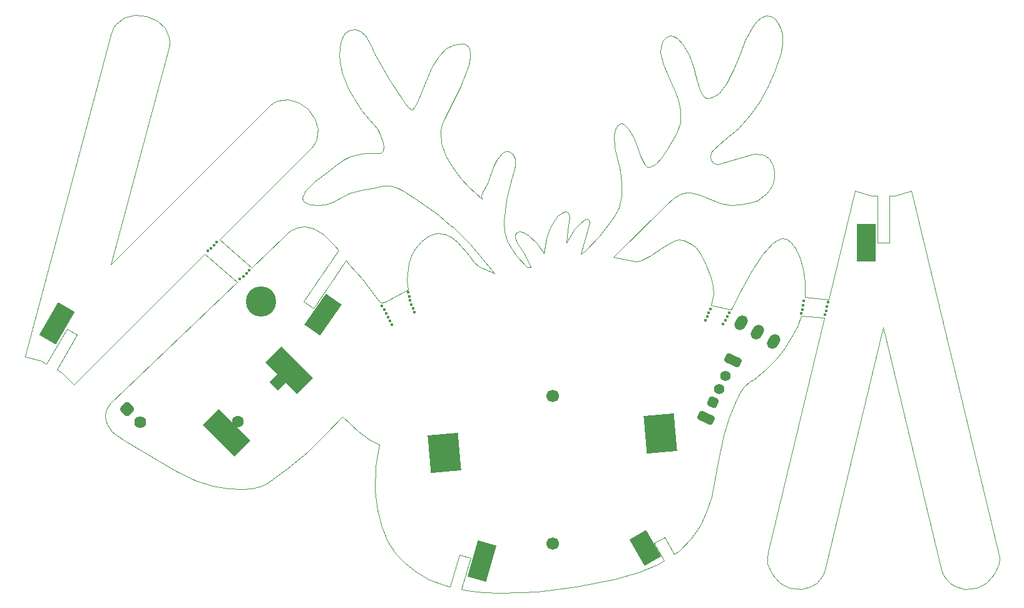
<source format=gts>
G04*
G04 #@! TF.GenerationSoftware,Altium Limited,Altium Designer,25.1.2 (22)*
G04*
G04 Layer_Color=8388736*
%FSLAX25Y25*%
%MOIN*%
G70*
G04*
G04 #@! TF.SameCoordinates,B79DADAE-6871-4A3D-A662-253F8C0C8E9A*
G04*
G04*
G04 #@! TF.FilePolarity,Negative*
G04*
G01*
G75*
%ADD10C,0.00394*%
%ADD21R,0.10236X0.20079*%
G04:AMPARAMS|DCode=22|XSize=102.36mil|YSize=200.79mil|CornerRadius=0mil|HoleSize=0mil|Usage=FLASHONLY|Rotation=164.000|XOffset=0mil|YOffset=0mil|HoleType=Round|Shape=Rectangle|*
%AMROTATEDRECTD22*
4,1,4,0.07687,0.08240,0.02153,-0.11061,-0.07687,-0.08240,-0.02153,0.11061,0.07687,0.08240,0.0*
%
%ADD22ROTATEDRECTD22*%

G04:AMPARAMS|DCode=23|XSize=102.36mil|YSize=161.42mil|CornerRadius=0mil|HoleSize=0mil|Usage=FLASHONLY|Rotation=210.000|XOffset=0mil|YOffset=0mil|HoleType=Round|Shape=Rectangle|*
%AMROTATEDRECTD23*
4,1,4,0.00397,0.09549,0.08468,-0.04430,-0.00397,-0.09549,-0.08468,0.04430,0.00397,0.09549,0.0*
%
%ADD23ROTATEDRECTD23*%

G04:AMPARAMS|DCode=24|XSize=102.36mil|YSize=200.79mil|CornerRadius=0mil|HoleSize=0mil|Usage=FLASHONLY|Rotation=150.000|XOffset=0mil|YOffset=0mil|HoleType=Round|Shape=Rectangle|*
%AMROTATEDRECTD24*
4,1,4,0.09452,0.06135,-0.00587,-0.11253,-0.09452,-0.06135,0.00587,0.11253,0.09452,0.06135,0.0*
%
%ADD24ROTATEDRECTD24*%

G04:AMPARAMS|DCode=25|XSize=102.36mil|YSize=200.79mil|CornerRadius=0mil|HoleSize=0mil|Usage=FLASHONLY|Rotation=145.000|XOffset=0mil|YOffset=0mil|HoleType=Round|Shape=Rectangle|*
%AMROTATEDRECTD25*
4,1,4,0.09951,0.05288,-0.01566,-0.11159,-0.09951,-0.05288,0.01566,0.11159,0.09951,0.05288,0.0*
%
%ADD25ROTATEDRECTD25*%

G04:AMPARAMS|DCode=26|XSize=122.05mil|YSize=240.16mil|CornerRadius=0mil|HoleSize=0mil|Usage=FLASHONLY|Rotation=45.000|XOffset=0mil|YOffset=0mil|HoleType=Round|Shape=Rectangle|*
%AMROTATEDRECTD26*
4,1,4,0.04176,-0.12806,-0.12806,0.04176,-0.04176,0.12806,0.12806,-0.04176,0.04176,-0.12806,0.0*
%
%ADD26ROTATEDRECTD26*%

G04:AMPARAMS|DCode=27|XSize=161.42mil|YSize=200.79mil|CornerRadius=0mil|HoleSize=0mil|Usage=FLASHONLY|Rotation=5.000|XOffset=0mil|YOffset=0mil|HoleType=Round|Shape=Rectangle|*
%AMROTATEDRECTD27*
4,1,4,-0.07165,-0.10705,-0.08915,0.09298,0.07165,0.10705,0.08915,-0.09298,-0.07165,-0.10705,0.0*
%
%ADD27ROTATEDRECTD27*%

G04:AMPARAMS|DCode=28|XSize=55.12mil|YSize=55.12mil|CornerRadius=14.76mil|HoleSize=0mil|Usage=FLASHONLY|Rotation=65.000|XOffset=0mil|YOffset=0mil|HoleType=Round|Shape=RoundedRectangle|*
%AMROUNDEDRECTD28*
21,1,0.05512,0.02559,0,0,65.0*
21,1,0.02559,0.05512,0,0,65.0*
1,1,0.02953,0.01700,0.00619*
1,1,0.02953,0.00619,-0.01700*
1,1,0.02953,-0.01700,-0.00619*
1,1,0.02953,-0.00619,0.01700*
%
%ADD28ROUNDEDRECTD28*%
%ADD29C,0.05512*%
G04:AMPARAMS|DCode=30|XSize=90.55mil|YSize=51.18mil|CornerRadius=13.78mil|HoleSize=0mil|Usage=FLASHONLY|Rotation=155.000|XOffset=0mil|YOffset=0mil|HoleType=Round|Shape=RoundedRectangle|*
%AMROUNDEDRECTD30*
21,1,0.09055,0.02362,0,0,155.0*
21,1,0.06299,0.05118,0,0,155.0*
1,1,0.02756,-0.02355,0.02402*
1,1,0.02756,0.03354,-0.00261*
1,1,0.02756,0.02355,-0.02402*
1,1,0.02756,-0.03354,0.00261*
%
%ADD30ROUNDEDRECTD30*%
%ADD31C,0.06299*%
%ADD32P,0.08908X4X360.0*%
%ADD33C,0.06693*%
%ADD34C,0.01575*%
%ADD35C,0.16142*%
G04:AMPARAMS|DCode=36|XSize=82.68mil|YSize=59.06mil|CornerRadius=0mil|HoleSize=0mil|Usage=FLASHONLY|Rotation=60.000|XOffset=0mil|YOffset=0mil|HoleType=Round|Shape=Round|*
%AMOVALD36*
21,1,0.02362,0.05906,0.00000,0.00000,60.0*
1,1,0.05906,-0.00591,-0.01023*
1,1,0.05906,0.00591,0.01023*
%
%ADD36OVALD36*%

G04:AMPARAMS|DCode=37|XSize=63.94mil|YSize=63.94mil|CornerRadius=16.97mil|HoleSize=0mil|Usage=FLASHONLY|Rotation=135.000|XOffset=0mil|YOffset=0mil|HoleType=Round|Shape=RoundedRectangle|*
%AMROUNDEDRECTD37*
21,1,0.06394,0.03000,0,0,135.0*
21,1,0.03000,0.06394,0,0,135.0*
1,1,0.03394,0.00000,0.02121*
1,1,0.03394,0.02121,0.00000*
1,1,0.03394,0.00000,-0.02121*
1,1,0.03394,-0.02121,0.00000*
%
%ADD37ROUNDEDRECTD37*%
%ADD38C,0.06394*%
%ADD39C,0.02756*%
D10*
X28060Y140033D02*
X33514Y136883D01*
X340969Y25947D02*
X346425Y29096D01*
X237287Y19760D02*
X243311Y17919D01*
X154271Y154517D02*
X159492Y150993D01*
X346425Y29096D02*
X351654Y20038D01*
X340969Y25947D02*
X346356Y16617D01*
X238240Y1334D02*
X243311Y17919D01*
X232094Y2773D02*
X237287Y19760D01*
X466042Y185813D02*
Y211054D01*
X459742Y185813D02*
X459742Y211054D01*
X159492Y150993D02*
X176797Y176645D01*
X154271Y154517D02*
X172752Y181913D01*
X22714Y118177D02*
X33514Y136883D01*
X17258Y121322D02*
X28060Y140033D01*
X109397Y187648D02*
X158440Y236689D01*
X160090Y238791D01*
X51467Y100555D02*
X118882Y165087D01*
X101532Y179784D02*
X118882Y165087D01*
X31893Y110145D02*
X101532Y179784D01*
X109397Y187648D02*
X126622Y172496D01*
X143640Y188786D01*
X401470Y20882D02*
X431514Y145975D01*
X419051Y146821D02*
X431514Y145975D01*
X421082Y156839D02*
X433849Y155698D01*
X447777Y213688D01*
X371223Y152486D02*
X372376Y158528D01*
X371223Y152486D02*
X381725Y150247D01*
X387622Y161173D01*
X209318Y166140D02*
X209774Y161007D01*
X201181Y156299D02*
X209774Y161007D01*
X197638Y154331D02*
X201181Y156299D01*
X195669Y153937D02*
X197638Y154331D01*
X194453Y154734D02*
X195669Y153937D01*
X143640Y188786D02*
X145453Y190893D01*
X512530Y2096D02*
X515526Y3301D01*
X134186Y57225D02*
X145418Y65459D01*
X156050Y74434D01*
X130776Y56007D02*
X134186Y57225D01*
X49695Y88737D02*
X52354Y85266D01*
X48753Y91165D02*
X49695Y88737D01*
X48513Y93981D02*
X48753Y91165D01*
X126666Y55107D02*
X130776Y56007D01*
X48513Y93981D02*
X49307Y97129D01*
X51467Y100555D01*
X52354Y85266D02*
X53831Y84010D01*
X121088Y54567D02*
X126666Y55107D01*
X82449Y289978D02*
X82450D01*
X136171Y258961D02*
Y258962D01*
Y258961D02*
X138274Y260610D01*
X140671Y261708D02*
X146016Y262280D01*
X138274Y260610D02*
X140671Y261708D01*
X51433Y174226D02*
X136171Y258962D01*
X51433Y174226D02*
X82450Y289978D01*
X82578Y295248D02*
X82826Y292623D01*
X70643Y306768D02*
X76295Y304184D01*
X80401Y300163D01*
X82578Y295248D01*
X82449Y289978D02*
X82826Y292623D01*
X53019Y300608D02*
X54545Y302758D01*
X64455Y307355D02*
X70643Y306768D01*
X22714Y118177D02*
X25442Y116600D01*
X54545Y302758D02*
X58889Y305926D01*
X64455Y307355D01*
X52024Y298128D02*
X53019Y300608D01*
X52015Y298080D02*
X52024Y298128D01*
X53831Y84010D02*
X59050Y80366D01*
X86129Y64316D01*
X96563Y59262D01*
X105935Y56229D01*
X114144Y54803D01*
X121088Y54567D01*
X14531Y122900D02*
X17258Y121323D01*
X25442Y116600D02*
X31893Y110145D01*
X5708Y125263D02*
X14531Y122900D01*
X5708Y125263D02*
X52015Y298080D01*
X515526Y3301D02*
X518183Y4982D01*
X522288Y9468D01*
X145453Y190893D02*
X147672Y192641D01*
X368928Y42820D02*
X371390Y50719D01*
X374669Y67051D02*
X378005Y83273D01*
X371390Y50719D02*
X374669Y67051D01*
X365465Y35265D02*
X368928Y42820D01*
X421082Y156839D02*
X421227Y165413D01*
X411547Y187792D02*
X413995Y186047D01*
X416347Y182824D01*
X418591Y177977D01*
X420312Y172093D01*
X459742Y185813D02*
X466042D01*
X420312Y172093D02*
X421227Y165413D01*
X456592Y211054D02*
X459742D01*
X372117Y163025D02*
X372376Y158528D01*
X371189Y167252D02*
X372117Y163025D01*
X368202Y174886D02*
X371189Y167252D01*
X365081Y180688D02*
X368202Y174886D01*
X331766Y176102D02*
X334176Y176652D01*
X338847Y178928D01*
X353929Y187571D02*
X356419Y187305D01*
X361248Y185079D02*
X363321Y183225D01*
X356419Y187305D02*
X361248Y185079D01*
X345055Y183330D02*
X351449Y186935D01*
X338847Y178928D02*
X345055Y183330D01*
X363321Y183225D02*
X365081Y180688D01*
X351449Y186935D02*
X353929Y187571D01*
X360666Y28176D02*
X365465Y35265D01*
X343237Y14603D02*
X346356Y16617D01*
X354192Y21678D02*
X360666Y28176D01*
X351654Y20038D02*
X354192Y21678D01*
X431878Y11732D02*
X431880D01*
X430882Y8966D02*
X431878Y11732D01*
X429355Y6568D02*
X430882Y8966D01*
X401078Y17880D02*
X401325Y14952D01*
X403502Y9468D01*
X401078Y17880D02*
X401456Y20831D01*
X401470Y20882D01*
X332682Y10180D02*
X343237Y14603D01*
X417071Y141410D02*
X419051Y146821D01*
X414312Y135807D02*
X417071Y141410D01*
X410669Y130067D02*
X414312Y135807D01*
X406040Y124246D02*
X410669Y130067D01*
X398391Y179481D02*
X403780Y185627D01*
X409020Y188206D02*
X411547Y187792D01*
X400323Y118401D02*
X406040Y124246D01*
X403780Y185627D02*
X406426Y187436D01*
X431880Y11732D02*
X462895Y140874D01*
X447777Y213688D02*
X456592Y211054D01*
X406426Y187436D02*
X409020Y188206D01*
X383741Y100219D02*
X386348Y105429D01*
X393413Y112588D02*
X400323Y118401D01*
X387622Y161173D02*
X392967Y170939D01*
X392115Y112129D02*
X393413Y112588D01*
X392967Y170939D02*
X398391Y179481D01*
X386348Y105429D02*
X388668Y108922D01*
X392115Y112129D01*
X378005Y83273D02*
X380932Y92948D01*
X383741Y100219D01*
X466042Y211054D02*
X469191D01*
X478013Y213688D01*
X524320Y20882D01*
X462895Y140874D02*
X493910Y11732D01*
X522288Y9468D02*
X524465Y14952D01*
X493912Y11732D02*
X494908Y8966D01*
X524334Y20831D02*
X524712Y17880D01*
X524320Y20882D02*
X524334Y20831D01*
X493910Y11732D02*
X493912D01*
X494908Y8966D02*
X496434Y6568D01*
X524465Y14952D02*
X524712Y17880D01*
X168144Y224604D02*
X170106Y226438D01*
X160075Y218589D02*
X168144Y224604D01*
X175098Y229874D02*
X178623Y231564D01*
X182777Y232901D01*
X178566Y212201D02*
X185015Y214018D01*
X172983Y209143D02*
X178566Y212201D01*
X170106Y226438D02*
X175098Y229874D01*
X227051Y245624D02*
X227738Y248880D01*
X229123Y252049D01*
X227051Y245624D02*
X227476Y238986D01*
X229805Y232396D01*
X233443Y226118D02*
X237795Y220416D01*
X229123Y252049D02*
X237953Y269214D01*
X229805Y232396D02*
X233443Y226118D01*
X324576Y249175D02*
X327337Y246662D01*
X323034Y249491D02*
X324576Y249175D01*
X322749Y224232D02*
X323608Y217752D01*
X319880Y236751D02*
X322749Y224232D01*
X321519Y248776D02*
X323034Y249491D01*
X320123Y246379D02*
X321519Y248776D01*
X323606Y211085D02*
X323608Y217752D01*
X319433Y243298D02*
X319880Y236751D01*
X319433Y243298D02*
X320123Y246379D01*
X213206Y258142D02*
X214359Y260140D01*
X199884Y272779D02*
X208330Y260269D01*
X209960Y258198D01*
X211782Y256725D01*
X213206Y258142D01*
X214359Y260140D02*
X219813Y273317D01*
X347612Y235253D02*
X352920Y244328D01*
X338622Y226152D02*
X341486Y227718D01*
X329787Y242312D02*
X331743Y237339D01*
X341486Y227718D02*
X344695Y231179D01*
X327337Y246662D02*
X329787Y242312D01*
X331743Y237339D02*
X333632Y232276D01*
X335880Y227656D01*
X337163Y226358D01*
X338622Y226152D01*
X344695Y231179D02*
X347612Y235253D01*
X352920Y244328D02*
X354860Y250084D01*
X178924Y299326D02*
X181764Y299616D01*
X184565Y298591D01*
X187084Y296418D01*
X174911Y276090D02*
X178301Y267707D01*
X173746Y280711D02*
X174911Y276090D01*
X173141Y285621D02*
X173746Y280711D01*
X189795Y291701D02*
X192146Y286440D01*
X199884Y272779D01*
X193429Y246550D02*
X193857Y245960D01*
X185334Y256144D02*
X193429Y246550D01*
X178301Y267707D02*
X185334Y256144D01*
X173695Y292340D02*
X174724Y295284D01*
X176286Y297558D01*
X173141Y285621D02*
X173695Y292340D01*
X187084Y296418D02*
X189795Y291701D01*
X176286Y297558D02*
X178924Y299326D01*
X194869Y243879D02*
X196469Y239372D01*
X203703Y215268D02*
X207246Y213610D01*
X213756Y209319D01*
X192561Y215115D02*
X196307Y216285D01*
X193857Y245960D02*
X194869Y243879D01*
X182777Y232901D02*
X187517Y233632D01*
X192800Y233507D01*
X195250Y233766D01*
X196498Y235047D01*
X196815Y237024D01*
X196469Y239372D02*
X196815Y237024D01*
X196307Y216285D02*
X200038Y216248D01*
X185015Y214018D02*
X192561Y215115D01*
X200038Y216248D02*
X203703Y215268D01*
X160216Y252067D02*
X161761Y246532D01*
X155141Y213637D02*
X160075Y218589D01*
X161189Y241187D02*
X161761Y246532D01*
X160090Y238791D02*
X161189Y241187D01*
X153547Y210029D02*
X155141Y213637D01*
X156612Y257132D02*
X160216Y252067D01*
X371211Y233977D02*
X372358Y235657D01*
X370853Y231640D02*
X371282Y229871D01*
X372157Y228685D01*
X357797Y212563D02*
X360380Y212488D01*
X355227Y212028D02*
X357797Y212563D01*
X351186Y209645D02*
X355227Y212028D01*
X372157Y228685D02*
X374434Y227732D01*
X370853Y231640D02*
X371211Y233977D01*
X360380Y212488D02*
X365497Y211174D01*
X242906Y287758D02*
X242928Y284776D01*
X237953Y269214D02*
X242197Y280777D01*
X242928Y284776D01*
X242262Y289850D02*
X242906Y287758D01*
X239638Y291874D02*
X241129Y291179D01*
X230188Y289694D02*
X234325Y291428D01*
X237919Y292062D01*
X239638Y291874D01*
X222636Y279771D02*
X226061Y285429D01*
X241129Y291179D02*
X242262Y289850D01*
X219813Y273317D02*
X222636Y279771D01*
X226061Y285429D02*
X230188Y289694D01*
X359393Y286101D02*
X361873Y279650D01*
X349498Y296160D02*
X351330Y295835D01*
X353054Y294839D01*
X361873Y279650D02*
X363641Y273043D01*
X345888Y280828D02*
X348263Y275153D01*
X345599Y293480D02*
X347395Y295466D01*
X344261Y287103D02*
X345888Y280828D01*
X344443Y290570D02*
X345599Y293480D01*
X344261Y287103D02*
X344443Y290570D01*
X356144Y291589D02*
X359393Y286101D01*
X347395Y295466D02*
X349498Y296160D01*
X353054Y294839D02*
X356144Y291589D01*
X367585Y263557D02*
X368872Y262833D01*
X365599Y266589D02*
X367585Y263557D01*
X370260Y262839D02*
X372889Y263888D01*
X354860Y250084D02*
X354884Y256611D01*
X353727Y261659D02*
X354884Y256611D01*
X352089Y266330D02*
X353727Y261659D01*
X348263Y275153D02*
X352089Y266330D01*
X368872Y262833D02*
X370260Y262839D01*
X363641Y273043D02*
X365599Y266589D01*
X264940Y219472D02*
X266609Y224815D01*
X255084Y226325D02*
X257076Y230212D01*
X259497Y233414D01*
X261444Y234623D01*
X263548Y234609D01*
X265426Y233302D01*
X266697Y230631D01*
X266987Y227677D01*
X242266Y215553D02*
X249187Y209397D01*
X248761Y210825D02*
X249187Y209397D01*
X248761Y210825D02*
X249638Y212878D01*
X252059Y217449D01*
X262103Y208757D02*
X264940Y219472D01*
X252059Y217449D02*
X255084Y226325D01*
X237795Y220416D02*
X242266Y215553D01*
X266609Y224815D02*
X266987Y227677D01*
X506342Y1441D02*
X509395Y1468D01*
X498415Y4578D02*
X500777Y3035D01*
X496434Y6568D02*
X498415Y4578D01*
X425012Y3035D02*
X427374Y4578D01*
X509395Y1468D02*
X512530Y2096D01*
X500777Y3035D02*
X506342Y1441D01*
X413260Y2096D02*
X416394Y1468D01*
X419448Y1441D02*
X425012Y3035D01*
X427374Y4578D02*
X429355Y6568D01*
X407607Y4982D02*
X410264Y3301D01*
X403502Y9468D02*
X407607Y4982D01*
X410264Y3301D02*
X413260Y2096D01*
X147672Y192641D02*
X150722Y194066D01*
X154571Y194577D01*
X159187Y193584D01*
X164538Y190498D01*
X170591Y184727D01*
X153547Y210029D02*
X153772Y208687D01*
X154557Y207631D01*
X169962Y207483D02*
X172983Y209143D01*
X165875Y206369D02*
X169962Y207483D01*
X161455Y205933D02*
X165875Y206369D01*
X157438Y206310D02*
X161455Y205933D01*
X151548Y260735D02*
X156612Y257132D01*
X154557Y207631D02*
X157438Y206310D01*
X146016Y262280D02*
X151548Y260735D01*
X319752Y6605D02*
X332682Y10180D01*
X299115Y2626D02*
X319752Y6605D01*
X259208Y-809D02*
X278740Y0D01*
X299115Y2626D01*
X228804Y3544D02*
X232094Y2773D01*
X241097Y663D02*
X249939Y-387D01*
X238240Y1334D02*
X241097Y663D01*
X174982Y93117D02*
X183474Y85168D01*
X188722Y81395D01*
X165948Y83778D02*
X174982Y93117D01*
X192351Y53582D02*
X192553Y67011D01*
X194369Y78414D01*
X188722Y81395D02*
X194369Y78414D01*
X156050Y74434D02*
X165948Y83778D01*
X221319Y6437D02*
X228804Y3544D01*
X176797Y176645D02*
X178684Y174188D01*
X170591Y184727D02*
X172752Y181913D01*
X249939Y-387D02*
X259208Y-809D01*
X203290Y20399D02*
X208487Y14804D01*
X193459Y43546D02*
X195701Y34710D01*
X199003Y27014D01*
X203290Y20399D01*
X208487Y14804D02*
X214522Y10170D01*
X221319Y6437D01*
X192351Y53582D02*
X193459Y43546D01*
X397846Y306089D02*
X400422Y307094D01*
X403095Y306640D01*
X393409Y301250D02*
X395473Y304012D01*
X397846Y306089D01*
X403095Y306640D02*
X405091Y305206D01*
X406875Y303104D01*
X389628Y294120D02*
X393409Y301250D01*
X386477Y286211D02*
X389628Y294120D01*
X406875Y303104D02*
X408268Y300385D01*
X416394Y1468D02*
X419448Y1441D01*
X409091Y297103D02*
X409188Y291670D01*
X408262Y286403D02*
X409188Y291670D01*
X408268Y300385D02*
X409091Y297103D01*
X306308Y197871D02*
X306468Y196564D01*
X304004Y198156D02*
X305661Y198475D01*
X306308Y197871D01*
X301834Y180089D02*
X303929Y181345D01*
X304103Y188362D02*
X306468Y196564D01*
X311907Y189575D02*
X319287Y199121D01*
X303929Y181345D02*
X311907Y189575D01*
X301834Y180089D02*
X304103Y188362D01*
X210344Y175041D02*
X211665Y179049D01*
X273031Y173025D02*
X275287Y173093D01*
X267634Y179032D02*
X273031Y173025D01*
X271871Y179994D02*
X275287Y173093D01*
X211665Y179049D02*
X213480Y182525D01*
X216875Y186710D01*
X236245Y186275D02*
X242377Y179017D01*
X232845Y188971D02*
X236245Y186275D01*
X242377Y179017D02*
X244791Y175707D01*
X251320Y175293D02*
X255737Y169525D01*
X244791Y175707D02*
X247518Y173207D01*
X255737Y169525D01*
X242813Y185204D02*
X251320Y175293D01*
X220759Y189610D02*
X224932Y190997D01*
X216875Y186710D02*
X220759Y189610D01*
X233923Y194185D02*
X242813Y185204D01*
X232429Y195103D02*
X233923Y194185D01*
X224932Y190997D02*
X229195Y190647D01*
X232845Y188971D01*
X209318Y166140D02*
X210344Y175041D01*
X185361Y166718D02*
X194453Y154734D01*
X178684Y174188D02*
X185361Y166718D01*
X270732Y191718D02*
X273944Y189931D01*
X278366Y185692D01*
X282284Y180332D01*
X260743Y197331D02*
X261170Y191485D01*
X267905Y186089D02*
X271871Y179994D01*
X282284Y180332D02*
X283613Y188401D01*
X260743Y197331D02*
X262103Y208757D01*
X266773Y190045D02*
X266789Y188626D01*
X266773Y190045D02*
X267425Y191195D01*
X269056Y191884D01*
X270732Y191718D01*
X266789Y188626D02*
X267905Y186089D01*
X261170Y191485D02*
X262894Y186317D01*
X267634Y179032D01*
X219140Y205488D02*
X226047Y200598D01*
X232429Y195103D01*
X295102Y201946D02*
X295734Y199607D01*
X293572Y202618D02*
X295102Y201946D01*
X291467Y201774D02*
X293572Y202618D01*
X286334Y195438D02*
X289574Y200115D01*
X291467Y201774D01*
X213756Y209319D02*
X219140Y205488D01*
X301138Y195993D02*
X304004Y198156D01*
X383352Y278267D02*
X386477Y286211D01*
X387090Y206256D02*
X394913Y207906D01*
X374434Y227732D02*
X393791Y233171D01*
X379651Y271032D02*
X383352Y278267D01*
X378563Y240799D02*
X385704Y246793D01*
X375364Y265680D02*
X379651Y271032D01*
X381603Y205908D02*
X387090Y206256D01*
X385704Y246793D02*
X392324Y254161D01*
X319272Y178422D02*
X324288Y177160D01*
X329324Y176158D01*
X319272Y178422D02*
X347435Y206185D01*
X322117Y204504D02*
X323606Y211085D01*
X319287Y199121D02*
X322117Y204504D01*
X329324Y176158D02*
X331766Y176102D01*
X347435Y206185D02*
X351186Y209645D01*
X294047Y185878D02*
X294855Y192757D01*
X284761Y192129D02*
X286334Y195438D01*
X283613Y188401D02*
X284761Y192129D01*
X294047Y185878D02*
X298501Y193148D01*
X294855Y192757D02*
X295734Y199607D01*
X298501Y193148D02*
X301138Y195993D01*
X376183Y207063D02*
X381603Y205908D01*
X365497Y211174D02*
X376183Y207063D01*
X372358Y235657D02*
X378563Y240799D01*
X372889Y263888D02*
X375364Y265680D01*
X397085Y261375D02*
X401380Y269343D01*
X400458Y211812D02*
X402352Y213880D01*
X396328Y208496D02*
X400458Y211812D01*
X404793Y224258D02*
X404843Y220301D01*
X393791Y233171D02*
X398084Y232919D01*
X400170Y232188D01*
X402114Y230729D01*
X403851Y227930D01*
X404793Y224258D01*
X403899Y216643D02*
X404843Y220301D01*
X402352Y213880D02*
X403899Y216643D01*
X392324Y254161D02*
X397085Y261375D01*
X401380Y269343D02*
X405194Y277488D01*
X394913Y207906D02*
X396328Y208496D01*
X405194Y277488D02*
X408262Y286403D01*
D21*
X453740Y186024D02*
D03*
D22*
X249112Y16145D02*
D03*
D23*
X336094Y23134D02*
D03*
D24*
X22747Y143101D02*
D03*
D25*
X164455Y147643D02*
D03*
D26*
X113218Y84478D02*
D03*
X146625Y117884D02*
D03*
D27*
X229137Y74105D02*
D03*
X344092Y84162D02*
D03*
D28*
X372283Y100810D02*
D03*
D29*
X378938Y115082D02*
D03*
X375610Y107946D02*
D03*
D30*
X368456Y92603D02*
D03*
X382765Y123289D02*
D03*
D31*
X119342Y90603D02*
D03*
D32*
X140500Y111760D02*
D03*
D33*
X287008Y25591D02*
D03*
Y104331D02*
D03*
D34*
X103210Y181462D02*
D03*
X104781Y183033D02*
D03*
X106370Y184622D02*
D03*
X107931Y186183D02*
D03*
X120353Y166495D02*
D03*
X122029Y168099D02*
D03*
X123705Y169704D02*
D03*
X125342Y171271D02*
D03*
X433517Y154312D02*
D03*
X432963Y152006D02*
D03*
X432399Y149661D02*
D03*
X431874Y147474D02*
D03*
X419330Y148195D02*
D03*
X419765Y150344D02*
D03*
X420212Y152547D02*
D03*
X420670Y154807D02*
D03*
X380852Y148628D02*
D03*
X379809Y146696D02*
D03*
X378703Y144647D02*
D03*
X377627Y142653D02*
D03*
X368066Y144479D02*
D03*
X369034Y146627D02*
D03*
X369949Y148659D02*
D03*
X370892Y150752D02*
D03*
X201220Y142346D02*
D03*
X211504Y153045D02*
D03*
X213203Y148863D02*
D03*
X212359Y150941D02*
D03*
X210937Y155211D02*
D03*
X210423Y157369D02*
D03*
X209903Y159555D02*
D03*
X200246Y144431D02*
D03*
X199318Y146418D02*
D03*
X198303Y148427D02*
D03*
X197166Y150290D02*
D03*
X195980Y152233D02*
D03*
D35*
X131473Y154493D02*
D03*
D36*
X387039Y143371D02*
D03*
X395699Y138372D02*
D03*
X404360Y133371D02*
D03*
D37*
X60244Y97236D02*
D03*
D38*
X67315Y90165D02*
D03*
D39*
X224803Y79134D02*
D03*
X234252Y68110D02*
D03*
X225590Y67716D02*
D03*
X232677Y80709D02*
D03*
M02*

</source>
